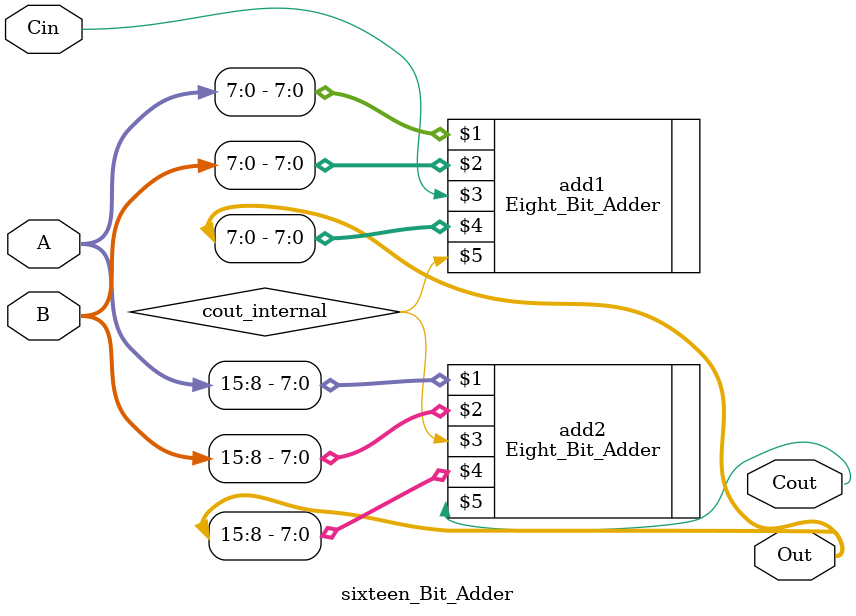
<source format=v>
`timescale 1ns / 1ps


module sixteen_Bit_Adder(
    input [15:0] A,
    input [15:0] B,
    input Cin,
    output [15:0] Out,
    output Cout
    );
    wire cout_internal;
    Eight_Bit_Adder add1(A[7:0],B[7:0],Cin,Out[7:0],cout_internal);
    Eight_Bit_Adder add2(A[15:8],B[15:8],cout_internal,Out[15:8],Cout);

endmodule

</source>
